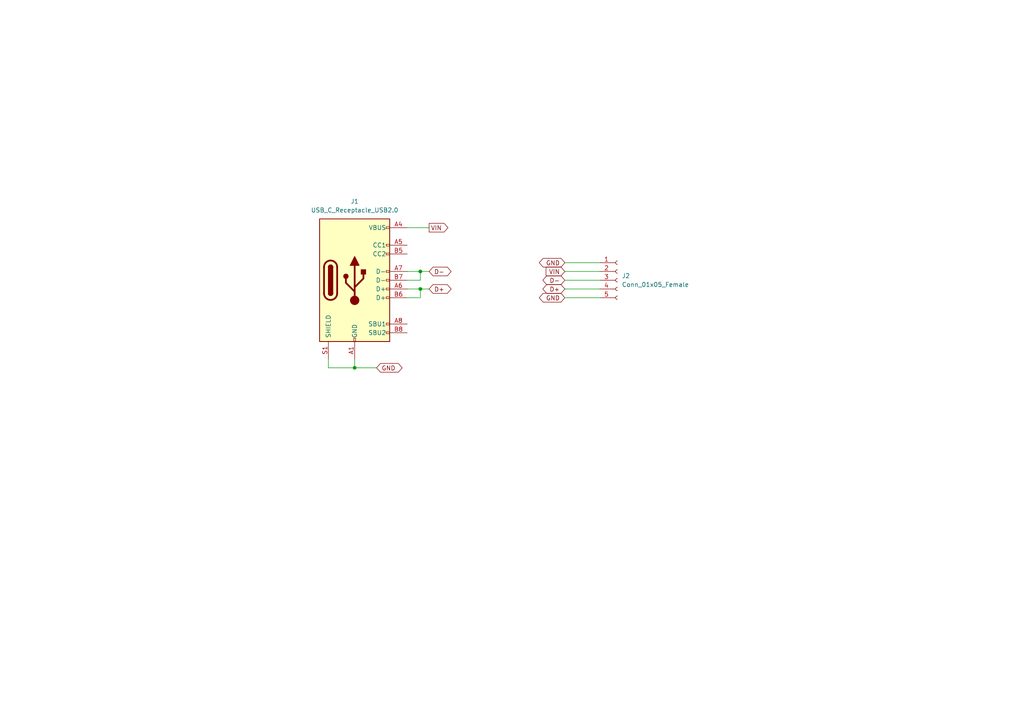
<source format=kicad_sch>
(kicad_sch (version 20211123) (generator eeschema)
  (paper "A4")
  (lib_symbols
    (symbol "Connector:Conn_01x05_Female" (pin_names (offset 1.016) hide)
      (property "Reference" "J" (at 0 7.62 0))
      (property "Value" "Conn_01x05_Female" (at 0 -7.62 0))
      (symbol "Conn_01x05_Female_1_1"
        (arc (start 0 -4.572) (mid -0.508 -5.08) (end 0 -5.588) (stroke (width 0.1524)))
        (arc (start 0 -2.032) (mid -0.508 -2.54) (end 0 -3.048) (stroke (width 0.1524)))
        (polyline (pts (xy -1.27 -5.08) (xy -0.508 -5.08)) (stroke (width 0.1524)))
        (polyline (pts (xy -1.27 -2.54) (xy -0.508 -2.54)) (stroke (width 0.1524)))
        (polyline (pts (xy -1.27 0) (xy -0.508 0)) (stroke (width 0.1524)))
        (polyline (pts (xy -1.27 2.54) (xy -0.508 2.54)) (stroke (width 0.1524)))
        (polyline (pts (xy -1.27 5.08) (xy -0.508 5.08)) (stroke (width 0.1524)))
        (arc (start 0 0.508) (mid -0.508 0) (end 0 -0.508) (stroke (width 0.1524)))
        (arc (start 0 3.048) (mid -0.508 2.54) (end 0 2.032) (stroke (width 0.1524)))
        (arc (start 0 5.588) (mid -0.508 5.08) (end 0 4.572) (stroke (width 0.1524)))
        (pin passive line (at -5.08 5.08 0) (length 3.81) (name "Pin_1") (number "1"))
        (pin passive line (at -5.08 2.54 0) (length 3.81) (name "Pin_2") (number "2"))
        (pin passive line (at -5.08 0 0) (length 3.81) (name "Pin_3") (number "3"))
        (pin passive line (at -5.08 -2.54 0) (length 3.81) (name "Pin_4") (number "4"))
        (pin passive line (at -5.08 -5.08 0) (length 3.81) (name "Pin_5") (number "5"))
      )
    )
    (symbol "Connector:USB_C_Receptacle_USB2.0" (pin_names (offset 1.016))
      (property "Reference" "J" (at -10.16 19.05 0))
      (property "Value" "USB_C_Receptacle_USB2.0" (at 19.05 19.05 0))
      (symbol "USB_C_Receptacle_USB2.0_0_0"
        (rectangle (start -0.254 -17.78) (end 0.254 -16.764))
        (rectangle (start 10.16 -14.986) (end 9.144 -15.494))
        (rectangle (start 10.16 -12.446) (end 9.144 -12.954))
        (rectangle (start 10.16 -4.826) (end 9.144 -5.334))
        (rectangle (start 10.16 -2.286) (end 9.144 -2.794))
        (rectangle (start 10.16 0.254) (end 9.144 -0.254))
        (rectangle (start 10.16 2.794) (end 9.144 2.286))
        (rectangle (start 10.16 7.874) (end 9.144 7.366))
        (rectangle (start 10.16 10.414) (end 9.144 9.906))
        (rectangle (start 10.16 15.494) (end 9.144 14.986))
      )
      (symbol "USB_C_Receptacle_USB2.0_0_1"
        (rectangle (start -10.16 17.78) (end 10.16 -17.78) (stroke (width 0.254)) (fill (type background)))
        (arc (start -8.89 -3.81) (mid -6.985 -5.715) (end -5.08 -3.81) (stroke (width 0.508)))
        (arc (start -7.62 -3.81) (mid -6.985 -4.445) (end -6.35 -3.81) (stroke (width 0.254)))
        (arc (start -7.62 -3.81) (mid -6.985 -4.445) (end -6.35 -3.81) (stroke (width 0.254)) (fill (type outline)))
        (rectangle (start -7.62 -3.81) (end -6.35 3.81) (stroke (width 0.254)) (fill (type outline)))
        (arc (start -6.35 3.81) (mid -6.985 4.445) (end -7.62 3.81) (stroke (width 0.254)))
        (arc (start -6.35 3.81) (mid -6.985 4.445) (end -7.62 3.81) (stroke (width 0.254)) (fill (type outline)))
        (arc (start -5.08 3.81) (mid -6.985 5.715) (end -8.89 3.81) (stroke (width 0.508)))
        (circle (center -2.54 1.143) (radius 0.635) (stroke (width 0.254)) (fill (type outline)))
        (circle (center 0 -5.842) (radius 1.27) (fill (type outline)))
        (polyline (pts (xy -8.89 -3.81) (xy -8.89 3.81)) (stroke (width 0.508)))
        (polyline (pts (xy -5.08 3.81) (xy -5.08 -3.81)) (stroke (width 0.508)))
        (polyline (pts (xy 0 -5.842) (xy 0 4.318)) (stroke (width 0.508)))
        (polyline (pts (xy 0 -3.302) (xy -2.54 -0.762) (xy -2.54 0.508)) (stroke (width 0.508)))
        (polyline (pts (xy 0 -2.032) (xy 2.54 0.508) (xy 2.54 1.778)) (stroke (width 0.508)))
        (polyline (pts (xy -1.27 4.318) (xy 0 6.858) (xy 1.27 4.318) (xy -1.27 4.318)) (stroke (width 0.254)) (fill (type outline)))
        (rectangle (start 1.905 1.778) (end 3.175 3.048) (stroke (width 0.254)) (fill (type outline)))
      )
      (symbol "USB_C_Receptacle_USB2.0_1_1"
        (pin passive line (at 0 -22.86 90) (length 5.08) (name "GND") (number "A1"))
        (pin passive line (at 0 -22.86 90) (length 5.08) hide (name "GND") (number "A12"))
        (pin passive line (at 15.24 15.24 180) (length 5.08) (name "VBUS") (number "A4"))
        (pin bidirectional line (at 15.24 10.16 180) (length 5.08) (name "CC1") (number "A5"))
        (pin bidirectional line (at 15.24 -2.54 180) (length 5.08) (name "D+") (number "A6"))
        (pin bidirectional line (at 15.24 2.54 180) (length 5.08) (name "D-") (number "A7"))
        (pin bidirectional line (at 15.24 -12.7 180) (length 5.08) (name "SBU1") (number "A8"))
        (pin passive line (at 15.24 15.24 180) (length 5.08) hide (name "VBUS") (number "A9"))
        (pin passive line (at 0 -22.86 90) (length 5.08) hide (name "GND") (number "B1"))
        (pin passive line (at 0 -22.86 90) (length 5.08) hide (name "GND") (number "B12"))
        (pin passive line (at 15.24 15.24 180) (length 5.08) hide (name "VBUS") (number "B4"))
        (pin bidirectional line (at 15.24 7.62 180) (length 5.08) (name "CC2") (number "B5"))
        (pin bidirectional line (at 15.24 -5.08 180) (length 5.08) (name "D+") (number "B6"))
        (pin bidirectional line (at 15.24 0 180) (length 5.08) (name "D-") (number "B7"))
        (pin bidirectional line (at 15.24 -15.24 180) (length 5.08) (name "SBU2") (number "B8"))
        (pin passive line (at 15.24 15.24 180) (length 5.08) hide (name "VBUS") (number "B9"))
        (pin passive line (at -7.62 -22.86 90) (length 5.08) (name "SHIELD") (number "S1"))
      )
    )
  )
  (junction (at 121.92 78.74))
  (junction (at 121.92 83.82))
  (junction (at 102.87 106.68))
  (wire (pts (xy 118.11 78.74) (xy 121.92 78.74)))
  (wire (pts (xy 163.83 86.36) (xy 173.99 86.36)))
  (wire (pts (xy 121.92 81.28) (xy 121.92 78.74)))
  (wire (pts (xy 118.11 86.36) (xy 121.92 86.36)))
  (wire (pts (xy 121.92 83.82) (xy 124.46 83.82)))
  (wire (pts (xy 163.83 81.28) (xy 173.99 81.28)))
  (wire (pts (xy 95.25 106.68) (xy 102.87 106.68)))
  (wire (pts (xy 118.11 81.28) (xy 121.92 81.28)))
  (wire (pts (xy 102.87 106.68) (xy 102.87 104.14)))
  (wire (pts (xy 163.83 78.74) (xy 173.99 78.74)))
  (wire (pts (xy 163.83 76.2) (xy 173.99 76.2)))
  (wire (pts (xy 121.92 78.74) (xy 124.46 78.74)))
  (wire (pts (xy 109.22 106.68) (xy 102.87 106.68)))
  (wire (pts (xy 118.11 83.82) (xy 121.92 83.82)))
  (wire (pts (xy 121.92 86.36) (xy 121.92 83.82)))
  (wire (pts (xy 95.25 104.14) (xy 95.25 106.68)))
  (wire (pts (xy 163.83 83.82) (xy 173.99 83.82)))
  (wire (pts (xy 118.11 66.04) (xy 124.46 66.04)))
  (global_label "VIN" (shape input) (at 163.83 78.74 180) (property "插入圖紙頁參考" "${INTERSHEET_REFS}" (effects hide)))
  (global_label "D-" (shape bidirectional) (at 163.83 81.28 180) (property "插入圖紙頁參考" "${INTERSHEET_REFS}" (effects hide)))
  (global_label "GND" (shape bidirectional) (at 163.83 86.36 180) (property "插入圖紙頁參考" "${INTERSHEET_REFS}" (effects hide)))
  (global_label "GND" (shape bidirectional) (at 163.83 76.2 180) (property "插入圖紙頁參考" "${INTERSHEET_REFS}" (effects hide)))
  (global_label "D-" (shape bidirectional) (at 124.46 78.74 0) (property "插入圖紙頁參考" "${INTERSHEET_REFS}" (effects hide)))
  (global_label "D+" (shape bidirectional) (at 163.83 83.82 180) (property "插入圖紙頁參考" "${INTERSHEET_REFS}" (effects hide)))
  (global_label "VIN" (shape output) (at 124.46 66.04 0) (property "插入圖紙頁參考" "${INTERSHEET_REFS}" (effects hide)))
  (global_label "D+" (shape bidirectional) (at 124.46 83.82 0) (property "插入圖紙頁參考" "${INTERSHEET_REFS}" (effects hide)))
  (global_label "GND" (shape bidirectional) (at 109.22 106.68 0) (property "插入圖紙頁參考" "${INTERSHEET_REFS}" (effects hide)))
  (symbol (lib_id "Connector:USB_C_Receptacle_USB2.0") (at 102.87 81.28 0) (unit 1)
    (property "Reference" "J1" (at 102.87 58.42 0))
    (property "Value" "USB_C_Receptacle_USB2.0" (at 102.87 60.96 0))
    (property "Footprint" "Connector_USB:USB_C_Receptacle_HRO_TYPE-C-31-M-12" (effects hide))
    (property "Datasheet" "https://www.usb.org/sites/default/files/documents/usb_type-c.zip" (effects hide))
  )
  (symbol (lib_id "Connector:Conn_01x05_Female") (at 179.07 81.28 0) (unit 1)
    (property "Reference" "J2" (at 180.34 80.0099 0) (effects (justify left)))
    (property "Value" "Conn_01x05_Female" (at 180.34 82.5499 0) (effects (justify left)))
    (property "Footprint" "Connector_PinHeader_2.00mm:PinHeader_1x05_P2.00mm_Vertical" (effects hide))
  )
)
</source>
